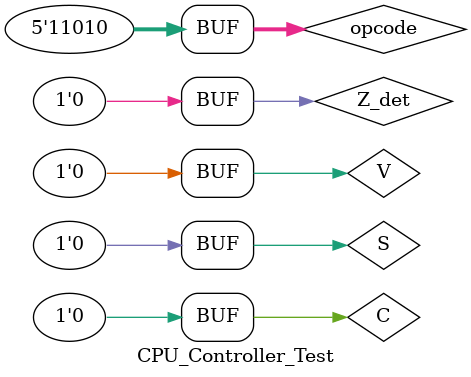
<source format=v>
`timescale 1ns / 1ps


module CPU_Controller_Test;

	// Inputs
	reg [4:0] opcode;
	reg C;
	reg V;
	reg S;
	reg Z_det;

	// Outputs
	wire ldPC2;
	wire ldPCz;
	wire ldXr1;
	wire ldXr2;
	wire ldXPC;
	wire ldYr1;
	wire ldYr2;
	wire alu_ld;
	wire ldRPC;
	wire ldRZ;
	wire ldRM;
	wire rdr1;
	wire rdr2;
	wire rdm;
	wire wrm;
	wire ldOff11to16;
	wire ldOff8to16;
	wire ldOff5to16;
	wire [2:0] fsel;

	// Instantiate the Unit Under Test (UUT)
	CPU_Controller uut (
		.ldPC2(ldPC2), 
		.ldPCz(ldPCz), 
		.ldXr1(ldXr1), 
		.ldXr2(ldXr2), 
		.ldXPC(ldXPC), 
		.ldYr1(ldYr1), 
		.ldYr2(ldYr2), 
		.alu_ld(alu_ld), 
		.ldRPC(ldRPC), 
		.ldRZ(ldRZ), 
		.ldRM(ldRM), 
		.rdr1(rdr1), 
		.rdr2(rdr2), 
		.rdm(rdm), 
		.wrm(wrm), 
		.ldOff11to16(ldOff11to16), 
		.ldOff8to16(ldOff8to16), 
		.ldOff5to16(ldOff5to16), 
		.fsel(fsel), 
		.opcode(opcode), 
		.C(C), 
		.V(V), 
		.S(S), 
		.Z_det(Z_det)
	);

	initial begin
		// Initialize Inputs
		opcode = 0;
		C = 0;
		V = 0;
		S = 0;
		Z_det = 0;

		// Wait 100 ns for global reset to finish
		#100;
		
		#1;
		opcode = 5'b00000;
		C = 0;
		V = 0;
		S = 0;
		Z_det = 0;
		
		#1;
		opcode = 5'b00001;
		C = 0;
		V = 0;
		S = 0;
		Z_det = 0;
		
		#1;
		opcode = 5'b00010;
		C = 0;
		V = 0;
		S = 0;
		Z_det = 0;
		
		#1;
		opcode = 5'b00011;
		C = 0;
		V = 0;
		S = 0;
		Z_det = 0;
		
		#1;
		opcode = 5'b00100;
		C = 0;
		V = 0;
		S = 0;
		Z_det = 0;
		
		#1;
		opcode = 5'b00101;
		C = 0;
		V = 0;
		S = 0;
		Z_det = 0;
		
		#1;
		opcode = 5'b00110;
		C = 0;
		V = 0;
		S = 0;
		Z_det = 0;
		
		#1;
		opcode = 5'b00111;
		C = 0;
		V = 0;
		S = 0;
		Z_det = 0;
		
		#1;
		opcode = 5'b01000;
		C = 0;
		V = 0;
		S = 0;
		Z_det = 0;
		
		#1;
		opcode = 5'b01001;
		C = 0;
		V = 0;
		S = 0;
		Z_det = 0;
		
		#1;
		opcode = 5'b01010;
		C = 0;
		V = 0;
		S = 0;
		Z_det = 0;
		
		#1;
		opcode = 5'b01011;
		C = 0;
		V = 0;
		S = 0;
		Z_det = 0;
		
		#1;
		opcode = 5'b01100;
		C = 0;
		V = 0;
		S = 0;
		Z_det = 0;
		
		#1;
		opcode = 5'b01101;
		C = 0;
		V = 0;
		S = 0;
		Z_det = 0;
		
		#1;
		opcode = 5'b01110;
		C = 0;
		V = 0;
		S = 0;
		Z_det = 0;
		
		#1;
		opcode = 5'b01111;
		C = 0;
		V = 0;
		S = 0;
		Z_det = 0;
		
		#1;
		opcode = 5'b10000;
		C = 0;
		V = 0;
		S = 0;
		Z_det = 0;
		
		#1;
		opcode = 5'b10001;
		C = 0;
		V = 0;
		S = 0;
		Z_det = 0;
		
		#1;
		opcode = 5'b10001;
		C = 0;
		V = 0;
		S = 0;
		Z_det = 1;
		
		#1;
		opcode = 5'b10010;
		C = 0;
		V = 0;
		S = 0;
		Z_det = 0;
		
		#1;
		opcode = 5'b10010;
		C = 0;
		V = 0;
		S = 0;
		Z_det = 1;
		
		#1;
		opcode = 5'b10011;
		C = 0;
		V = 0;
		S = 0;
		Z_det = 0;
		
		#1;
		opcode = 5'b10011;
		C = 1;
		V = 0;
		S = 0;
		Z_det = 0;
		
		#1;
		opcode = 5'b10100;
		C = 0;
		V = 0;
		S = 0;
		Z_det = 0;
		
		#1;
		opcode = 5'b10100;
		C = 1;
		V = 0;
		S = 0;
		Z_det = 0;
		
		#1;
		opcode = 5'b10101;
		C = 0;
		V = 0;
		S = 0;
		Z_det = 0;
		
		#1;
		opcode = 5'b10101;
		C = 0;
		V = 1;
		S = 0;
		Z_det = 0;
		
		#1;
		opcode = 5'b10110;
		C = 0;
		V = 0;
		S = 0;
		Z_det = 0;
		
		#1;
		opcode = 5'b10110;
		C = 0;
		V = 1;
		S = 0;
		Z_det = 0;
		
		#1;
		opcode = 5'b10111;
		C = 0;
		V = 0;
		S = 0;
		Z_det = 0;
		
		#1;
		opcode = 5'b10111;
		C = 0;
		V = 0;
		S = 1;
		Z_det = 0;
		
		#1;
		opcode = 5'b11000;
		C = 0;
		V = 0;
		S = 0;
		Z_det = 0;
		
		#1;
		opcode = 5'b11000;
		C = 0;
		V = 0;
		S = 1;
		Z_det = 0;
		
		#1;
		opcode = 5'b11001;
		C = 0;
		V = 0;
		S = 0;
		Z_det = 0;
		
		#1;
		opcode = 5'b11010;
		C = 0;
		V = 0;
		S = 0;
		Z_det = 0;
        
		// Add stimulus here

	end
      
endmodule


</source>
